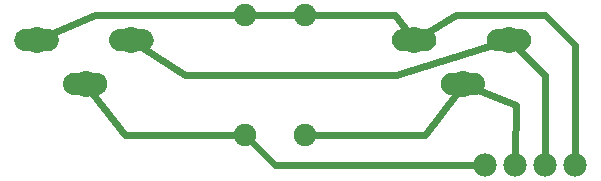
<source format=gtl>
G04 MADE WITH FRITZING*
G04 WWW.FRITZING.ORG*
G04 DOUBLE SIDED*
G04 HOLES PLATED*
G04 CONTOUR ON CENTER OF CONTOUR VECTOR*
%ASAXBY*%
%FSLAX23Y23*%
%MOIN*%
%OFA0B0*%
%SFA1.0B1.0*%
%ADD10C,0.075000*%
%ADD11C,0.078000*%
%ADD12C,0.087244*%
%ADD13C,0.024000*%
%ADD14R,0.001000X0.001000*%
%LNCOPPER1*%
G90*
G70*
G54D10*
X1010Y574D03*
X1010Y174D03*
X810Y574D03*
X810Y174D03*
G54D11*
X1910Y74D03*
X1810Y74D03*
X1710Y74D03*
X1610Y74D03*
G54D12*
X1689Y490D03*
X430Y490D03*
X1535Y343D03*
X277Y343D03*
X1373Y490D03*
X114Y490D03*
G54D13*
X1809Y573D02*
X1511Y574D01*
D02*
X1909Y473D02*
X1809Y573D01*
D02*
X1511Y574D02*
X1402Y508D01*
D02*
X1910Y104D02*
X1909Y473D01*
D02*
X1809Y373D02*
X1810Y104D01*
D02*
X1714Y465D02*
X1809Y373D01*
D02*
X1711Y273D02*
X1710Y104D01*
D02*
X1567Y330D02*
X1711Y273D01*
D02*
X1010Y373D02*
X610Y373D01*
D02*
X610Y373D02*
X459Y471D01*
D02*
X1311Y373D02*
X1010Y373D01*
D02*
X1655Y479D02*
X1311Y373D01*
D02*
X981Y574D02*
X839Y574D01*
D02*
X910Y74D02*
X1580Y74D01*
D02*
X830Y153D02*
X910Y74D01*
D02*
X1310Y574D02*
X1039Y574D01*
D02*
X1352Y517D02*
X1310Y574D01*
D02*
X1410Y174D02*
X1039Y174D01*
D02*
X1515Y315D02*
X1410Y174D01*
D02*
X309Y574D02*
X781Y574D01*
D02*
X146Y503D02*
X309Y574D01*
D02*
X407Y173D02*
X781Y173D01*
D02*
X298Y315D02*
X407Y173D01*
G54D14*
X72Y527D02*
X155Y527D01*
X388Y527D02*
X471Y527D01*
X1330Y527D02*
X1414Y527D01*
X1646Y527D02*
X1730Y527D01*
X67Y526D02*
X160Y526D01*
X383Y526D02*
X476Y526D01*
X1326Y526D02*
X1419Y526D01*
X1641Y526D02*
X1734Y526D01*
X64Y525D02*
X163Y525D01*
X380Y525D02*
X479Y525D01*
X1323Y525D02*
X1422Y525D01*
X1638Y525D02*
X1738Y525D01*
X62Y524D02*
X166Y524D01*
X378Y524D02*
X481Y524D01*
X1320Y524D02*
X1424Y524D01*
X1636Y524D02*
X1740Y524D01*
X60Y523D02*
X168Y523D01*
X375Y523D02*
X483Y523D01*
X1318Y523D02*
X1426Y523D01*
X1634Y523D02*
X1742Y523D01*
X58Y522D02*
X169Y522D01*
X374Y522D02*
X485Y522D01*
X1316Y522D02*
X1428Y522D01*
X1632Y522D02*
X1744Y522D01*
X56Y521D02*
X171Y521D01*
X372Y521D02*
X487Y521D01*
X1315Y521D02*
X1429Y521D01*
X1631Y521D02*
X1745Y521D01*
X55Y520D02*
X172Y520D01*
X371Y520D02*
X488Y520D01*
X1313Y520D02*
X1431Y520D01*
X1629Y520D02*
X1747Y520D01*
X54Y519D02*
X174Y519D01*
X369Y519D02*
X489Y519D01*
X1312Y519D02*
X1432Y519D01*
X1628Y519D02*
X1748Y519D01*
X52Y518D02*
X175Y518D01*
X368Y518D02*
X491Y518D01*
X1311Y518D02*
X1433Y518D01*
X1627Y518D02*
X1749Y518D01*
X51Y517D02*
X176Y517D01*
X367Y517D02*
X492Y517D01*
X1310Y517D02*
X1434Y517D01*
X1626Y517D02*
X1750Y517D01*
X50Y516D02*
X177Y516D01*
X366Y516D02*
X493Y516D01*
X1309Y516D02*
X1435Y516D01*
X1625Y516D02*
X1751Y516D01*
X49Y515D02*
X178Y515D01*
X365Y515D02*
X494Y515D01*
X1308Y515D02*
X1436Y515D01*
X1624Y515D02*
X1752Y515D01*
X49Y514D02*
X179Y514D01*
X364Y514D02*
X494Y514D01*
X1307Y514D02*
X1437Y514D01*
X1623Y514D02*
X1753Y514D01*
X48Y513D02*
X179Y513D01*
X364Y513D02*
X495Y513D01*
X1306Y513D02*
X1438Y513D01*
X1622Y513D02*
X1754Y513D01*
X47Y512D02*
X109Y512D01*
X118Y512D02*
X180Y512D01*
X363Y512D02*
X425Y512D01*
X434Y512D02*
X496Y512D01*
X1306Y512D02*
X1367Y512D01*
X1377Y512D02*
X1439Y512D01*
X1621Y512D02*
X1683Y512D01*
X1693Y512D02*
X1755Y512D01*
X46Y511D02*
X106Y511D01*
X122Y511D02*
X181Y511D01*
X362Y511D02*
X421Y511D01*
X438Y511D02*
X497Y511D01*
X1305Y511D02*
X1364Y511D01*
X1380Y511D02*
X1439Y511D01*
X1621Y511D02*
X1680Y511D01*
X1696Y511D02*
X1755Y511D01*
X46Y510D02*
X103Y510D01*
X124Y510D02*
X181Y510D01*
X362Y510D02*
X419Y510D01*
X440Y510D02*
X497Y510D01*
X1304Y510D02*
X1362Y510D01*
X1382Y510D02*
X1440Y510D01*
X1620Y510D02*
X1678Y510D01*
X1698Y510D02*
X1756Y510D01*
X45Y509D02*
X101Y509D01*
X126Y509D02*
X182Y509D01*
X361Y509D02*
X417Y509D01*
X442Y509D02*
X498Y509D01*
X1304Y509D02*
X1360Y509D01*
X1384Y509D02*
X1441Y509D01*
X1620Y509D02*
X1676Y509D01*
X1700Y509D02*
X1756Y509D01*
X45Y508D02*
X100Y508D01*
X127Y508D02*
X183Y508D01*
X360Y508D02*
X416Y508D01*
X443Y508D02*
X499Y508D01*
X1303Y508D02*
X1359Y508D01*
X1386Y508D02*
X1441Y508D01*
X1619Y508D02*
X1674Y508D01*
X1702Y508D02*
X1757Y508D01*
X44Y507D02*
X99Y507D01*
X128Y507D02*
X183Y507D01*
X360Y507D02*
X415Y507D01*
X444Y507D02*
X499Y507D01*
X1303Y507D02*
X1357Y507D01*
X1387Y507D02*
X1442Y507D01*
X1618Y507D02*
X1673Y507D01*
X1703Y507D02*
X1758Y507D01*
X44Y506D02*
X98Y506D01*
X130Y506D02*
X184Y506D01*
X359Y506D02*
X413Y506D01*
X445Y506D02*
X499Y506D01*
X1302Y506D02*
X1356Y506D01*
X1388Y506D02*
X1442Y506D01*
X1618Y506D02*
X1672Y506D01*
X1704Y506D02*
X1758Y506D01*
X43Y505D02*
X97Y505D01*
X130Y505D02*
X184Y505D01*
X359Y505D02*
X413Y505D01*
X446Y505D02*
X500Y505D01*
X1302Y505D02*
X1355Y505D01*
X1389Y505D02*
X1443Y505D01*
X1617Y505D02*
X1671Y505D01*
X1705Y505D02*
X1758Y505D01*
X43Y504D02*
X96Y504D01*
X131Y504D02*
X184Y504D01*
X359Y504D02*
X412Y504D01*
X447Y504D02*
X500Y504D01*
X1301Y504D02*
X1354Y504D01*
X1390Y504D02*
X1443Y504D01*
X1617Y504D02*
X1670Y504D01*
X1706Y504D02*
X1759Y504D01*
X42Y503D02*
X95Y503D01*
X132Y503D02*
X185Y503D01*
X358Y503D02*
X411Y503D01*
X448Y503D02*
X501Y503D01*
X1301Y503D02*
X1354Y503D01*
X1391Y503D02*
X1443Y503D01*
X1617Y503D02*
X1669Y503D01*
X1707Y503D02*
X1759Y503D01*
X42Y502D02*
X94Y502D01*
X133Y502D02*
X185Y502D01*
X358Y502D02*
X410Y502D01*
X449Y502D02*
X501Y502D01*
X1300Y502D02*
X1353Y502D01*
X1391Y502D02*
X1444Y502D01*
X1616Y502D02*
X1669Y502D01*
X1707Y502D02*
X1760Y502D01*
X42Y501D02*
X94Y501D01*
X133Y501D02*
X186Y501D01*
X358Y501D02*
X410Y501D01*
X449Y501D02*
X501Y501D01*
X1300Y501D02*
X1352Y501D01*
X1392Y501D02*
X1444Y501D01*
X1616Y501D02*
X1668Y501D01*
X1708Y501D02*
X1760Y501D01*
X41Y500D02*
X93Y500D01*
X134Y500D02*
X186Y500D01*
X357Y500D02*
X409Y500D01*
X450Y500D02*
X502Y500D01*
X1300Y500D02*
X1352Y500D01*
X1392Y500D02*
X1444Y500D01*
X1616Y500D02*
X1668Y500D01*
X1708Y500D02*
X1760Y500D01*
X41Y499D02*
X93Y499D01*
X134Y499D02*
X186Y499D01*
X357Y499D02*
X409Y499D01*
X450Y499D02*
X502Y499D01*
X1300Y499D02*
X1351Y499D01*
X1393Y499D02*
X1445Y499D01*
X1616Y499D02*
X1667Y499D01*
X1709Y499D02*
X1760Y499D01*
X41Y498D02*
X93Y498D01*
X135Y498D02*
X186Y498D01*
X357Y498D02*
X408Y498D01*
X451Y498D02*
X502Y498D01*
X1299Y498D02*
X1351Y498D01*
X1393Y498D02*
X1445Y498D01*
X1615Y498D02*
X1667Y498D01*
X1709Y498D02*
X1761Y498D01*
X41Y497D02*
X92Y497D01*
X135Y497D02*
X186Y497D01*
X357Y497D02*
X408Y497D01*
X451Y497D02*
X502Y497D01*
X1299Y497D02*
X1351Y497D01*
X1394Y497D02*
X1445Y497D01*
X1615Y497D02*
X1667Y497D01*
X1709Y497D02*
X1761Y497D01*
X41Y496D02*
X92Y496D01*
X135Y496D02*
X187Y496D01*
X356Y496D02*
X408Y496D01*
X451Y496D02*
X502Y496D01*
X1299Y496D02*
X1350Y496D01*
X1394Y496D02*
X1445Y496D01*
X1615Y496D02*
X1666Y496D01*
X1710Y496D02*
X1761Y496D01*
X40Y495D02*
X92Y495D01*
X136Y495D02*
X187Y495D01*
X356Y495D02*
X407Y495D01*
X451Y495D02*
X503Y495D01*
X1299Y495D02*
X1350Y495D01*
X1394Y495D02*
X1445Y495D01*
X1615Y495D02*
X1666Y495D01*
X1710Y495D02*
X1761Y495D01*
X40Y494D02*
X91Y494D01*
X136Y494D02*
X187Y494D01*
X356Y494D02*
X407Y494D01*
X452Y494D02*
X503Y494D01*
X1299Y494D02*
X1350Y494D01*
X1394Y494D02*
X1445Y494D01*
X1615Y494D02*
X1666Y494D01*
X1710Y494D02*
X1761Y494D01*
X40Y493D02*
X91Y493D01*
X136Y493D02*
X187Y493D01*
X356Y493D02*
X407Y493D01*
X452Y493D02*
X503Y493D01*
X1299Y493D02*
X1350Y493D01*
X1394Y493D02*
X1445Y493D01*
X1615Y493D02*
X1666Y493D01*
X1710Y493D02*
X1761Y493D01*
X40Y492D02*
X91Y492D01*
X136Y492D02*
X187Y492D01*
X356Y492D02*
X407Y492D01*
X452Y492D02*
X503Y492D01*
X1299Y492D02*
X1350Y492D01*
X1395Y492D02*
X1446Y492D01*
X1615Y492D02*
X1666Y492D01*
X1710Y492D02*
X1761Y492D01*
X40Y491D02*
X91Y491D01*
X136Y491D02*
X187Y491D01*
X356Y491D02*
X407Y491D01*
X452Y491D02*
X503Y491D01*
X1299Y491D02*
X1350Y491D01*
X1395Y491D02*
X1446Y491D01*
X1615Y491D02*
X1666Y491D01*
X1710Y491D02*
X1761Y491D01*
X40Y490D02*
X91Y490D01*
X136Y490D02*
X187Y490D01*
X356Y490D02*
X407Y490D01*
X452Y490D02*
X503Y490D01*
X1299Y490D02*
X1350Y490D01*
X1395Y490D02*
X1446Y490D01*
X1615Y490D02*
X1666Y490D01*
X1710Y490D02*
X1761Y490D01*
X40Y489D02*
X91Y489D01*
X136Y489D02*
X187Y489D01*
X356Y489D02*
X407Y489D01*
X452Y489D02*
X503Y489D01*
X1299Y489D02*
X1350Y489D01*
X1395Y489D02*
X1446Y489D01*
X1615Y489D02*
X1666Y489D01*
X1710Y489D02*
X1761Y489D01*
X40Y488D02*
X91Y488D01*
X136Y488D02*
X187Y488D01*
X356Y488D02*
X407Y488D01*
X452Y488D02*
X503Y488D01*
X1299Y488D02*
X1350Y488D01*
X1394Y488D02*
X1445Y488D01*
X1615Y488D02*
X1666Y488D01*
X1710Y488D02*
X1761Y488D01*
X40Y487D02*
X91Y487D01*
X136Y487D02*
X187Y487D01*
X356Y487D02*
X407Y487D01*
X452Y487D02*
X503Y487D01*
X1299Y487D02*
X1350Y487D01*
X1394Y487D02*
X1445Y487D01*
X1615Y487D02*
X1666Y487D01*
X1710Y487D02*
X1761Y487D01*
X40Y486D02*
X92Y486D01*
X136Y486D02*
X187Y486D01*
X356Y486D02*
X407Y486D01*
X451Y486D02*
X503Y486D01*
X1299Y486D02*
X1350Y486D01*
X1394Y486D02*
X1445Y486D01*
X1615Y486D02*
X1666Y486D01*
X1710Y486D02*
X1761Y486D01*
X41Y485D02*
X92Y485D01*
X135Y485D02*
X187Y485D01*
X356Y485D02*
X408Y485D01*
X451Y485D02*
X503Y485D01*
X1299Y485D02*
X1350Y485D01*
X1394Y485D02*
X1445Y485D01*
X1615Y485D02*
X1666Y485D01*
X1710Y485D02*
X1761Y485D01*
X41Y484D02*
X92Y484D01*
X135Y484D02*
X186Y484D01*
X357Y484D02*
X408Y484D01*
X451Y484D02*
X502Y484D01*
X1299Y484D02*
X1351Y484D01*
X1394Y484D02*
X1445Y484D01*
X1615Y484D02*
X1667Y484D01*
X1709Y484D02*
X1761Y484D01*
X41Y483D02*
X92Y483D01*
X135Y483D02*
X186Y483D01*
X357Y483D02*
X408Y483D01*
X451Y483D02*
X502Y483D01*
X1299Y483D02*
X1351Y483D01*
X1393Y483D02*
X1445Y483D01*
X1615Y483D02*
X1667Y483D01*
X1709Y483D02*
X1761Y483D01*
X41Y482D02*
X93Y482D01*
X134Y482D02*
X186Y482D01*
X357Y482D02*
X409Y482D01*
X450Y482D02*
X502Y482D01*
X1300Y482D02*
X1351Y482D01*
X1393Y482D02*
X1445Y482D01*
X1616Y482D02*
X1667Y482D01*
X1709Y482D02*
X1760Y482D01*
X41Y481D02*
X93Y481D01*
X134Y481D02*
X186Y481D01*
X357Y481D02*
X409Y481D01*
X450Y481D02*
X502Y481D01*
X1300Y481D02*
X1352Y481D01*
X1392Y481D02*
X1444Y481D01*
X1616Y481D02*
X1668Y481D01*
X1708Y481D02*
X1760Y481D01*
X42Y480D02*
X94Y480D01*
X133Y480D02*
X186Y480D01*
X357Y480D02*
X410Y480D01*
X449Y480D02*
X501Y480D01*
X1300Y480D02*
X1352Y480D01*
X1392Y480D02*
X1444Y480D01*
X1616Y480D02*
X1668Y480D01*
X1708Y480D02*
X1760Y480D01*
X42Y479D02*
X94Y479D01*
X133Y479D02*
X185Y479D01*
X358Y479D02*
X410Y479D01*
X449Y479D02*
X501Y479D01*
X1300Y479D02*
X1353Y479D01*
X1391Y479D02*
X1444Y479D01*
X1616Y479D02*
X1669Y479D01*
X1707Y479D02*
X1760Y479D01*
X42Y478D02*
X95Y478D01*
X132Y478D02*
X185Y478D01*
X358Y478D02*
X411Y478D01*
X448Y478D02*
X501Y478D01*
X1301Y478D02*
X1354Y478D01*
X1391Y478D02*
X1443Y478D01*
X1617Y478D02*
X1669Y478D01*
X1707Y478D02*
X1759Y478D01*
X43Y477D02*
X96Y477D01*
X131Y477D02*
X185Y477D01*
X359Y477D02*
X412Y477D01*
X447Y477D02*
X500Y477D01*
X1301Y477D02*
X1354Y477D01*
X1390Y477D02*
X1443Y477D01*
X1617Y477D02*
X1670Y477D01*
X1706Y477D02*
X1759Y477D01*
X43Y476D02*
X97Y476D01*
X131Y476D02*
X184Y476D01*
X359Y476D02*
X413Y476D01*
X446Y476D02*
X500Y476D01*
X1302Y476D02*
X1355Y476D01*
X1389Y476D02*
X1443Y476D01*
X1617Y476D02*
X1671Y476D01*
X1705Y476D02*
X1759Y476D01*
X44Y475D02*
X97Y475D01*
X130Y475D02*
X184Y475D01*
X359Y475D02*
X413Y475D01*
X446Y475D02*
X500Y475D01*
X1302Y475D02*
X1356Y475D01*
X1388Y475D02*
X1442Y475D01*
X1618Y475D02*
X1672Y475D01*
X1704Y475D02*
X1758Y475D01*
X44Y474D02*
X99Y474D01*
X129Y474D02*
X183Y474D01*
X360Y474D02*
X415Y474D01*
X444Y474D02*
X499Y474D01*
X1303Y474D02*
X1357Y474D01*
X1387Y474D02*
X1442Y474D01*
X1618Y474D02*
X1673Y474D01*
X1703Y474D02*
X1758Y474D01*
X44Y473D02*
X100Y473D01*
X127Y473D02*
X183Y473D01*
X360Y473D02*
X416Y473D01*
X443Y473D02*
X499Y473D01*
X1303Y473D02*
X1358Y473D01*
X1386Y473D02*
X1441Y473D01*
X1619Y473D02*
X1674Y473D01*
X1702Y473D02*
X1757Y473D01*
X45Y472D02*
X101Y472D01*
X126Y472D02*
X182Y472D01*
X361Y472D02*
X417Y472D01*
X442Y472D02*
X498Y472D01*
X1304Y472D02*
X1360Y472D01*
X1385Y472D02*
X1441Y472D01*
X1619Y472D02*
X1676Y472D01*
X1700Y472D02*
X1757Y472D01*
X46Y471D02*
X103Y471D01*
X124Y471D02*
X182Y471D01*
X362Y471D02*
X419Y471D01*
X440Y471D02*
X497Y471D01*
X1304Y471D02*
X1362Y471D01*
X1383Y471D02*
X1440Y471D01*
X1620Y471D02*
X1677Y471D01*
X1699Y471D02*
X1756Y471D01*
X46Y470D02*
X105Y470D01*
X122Y470D02*
X181Y470D01*
X362Y470D02*
X421Y470D01*
X438Y470D02*
X497Y470D01*
X1305Y470D02*
X1364Y470D01*
X1381Y470D02*
X1439Y470D01*
X1621Y470D02*
X1680Y470D01*
X1696Y470D02*
X1755Y470D01*
X47Y469D02*
X108Y469D01*
X119Y469D02*
X180Y469D01*
X363Y469D02*
X424Y469D01*
X435Y469D02*
X496Y469D01*
X1306Y469D02*
X1367Y469D01*
X1377Y469D02*
X1439Y469D01*
X1621Y469D02*
X1683Y469D01*
X1693Y469D02*
X1755Y469D01*
X48Y468D02*
X179Y468D01*
X364Y468D02*
X495Y468D01*
X1306Y468D02*
X1438Y468D01*
X1622Y468D02*
X1754Y468D01*
X49Y467D02*
X179Y467D01*
X364Y467D02*
X495Y467D01*
X1307Y467D02*
X1437Y467D01*
X1623Y467D02*
X1753Y467D01*
X49Y466D02*
X178Y466D01*
X365Y466D02*
X494Y466D01*
X1308Y466D02*
X1436Y466D01*
X1624Y466D02*
X1752Y466D01*
X50Y465D02*
X177Y465D01*
X366Y465D02*
X493Y465D01*
X1309Y465D02*
X1435Y465D01*
X1625Y465D02*
X1751Y465D01*
X51Y464D02*
X176Y464D01*
X367Y464D02*
X492Y464D01*
X1310Y464D02*
X1434Y464D01*
X1626Y464D02*
X1750Y464D01*
X52Y463D02*
X175Y463D01*
X368Y463D02*
X491Y463D01*
X1311Y463D02*
X1433Y463D01*
X1627Y463D02*
X1749Y463D01*
X53Y462D02*
X174Y462D01*
X369Y462D02*
X490Y462D01*
X1312Y462D02*
X1432Y462D01*
X1628Y462D02*
X1748Y462D01*
X55Y461D02*
X172Y461D01*
X371Y461D02*
X488Y461D01*
X1313Y461D02*
X1431Y461D01*
X1629Y461D02*
X1747Y461D01*
X56Y460D02*
X171Y460D01*
X372Y460D02*
X487Y460D01*
X1315Y460D02*
X1430Y460D01*
X1631Y460D02*
X1745Y460D01*
X58Y459D02*
X169Y459D01*
X374Y459D02*
X485Y459D01*
X1316Y459D02*
X1428Y459D01*
X1632Y459D02*
X1744Y459D01*
X59Y458D02*
X168Y458D01*
X375Y458D02*
X484Y458D01*
X1318Y458D02*
X1426Y458D01*
X1634Y458D02*
X1742Y458D01*
X61Y457D02*
X166Y457D01*
X377Y457D02*
X482Y457D01*
X1320Y457D02*
X1424Y457D01*
X1636Y457D02*
X1740Y457D01*
X64Y456D02*
X163Y456D01*
X380Y456D02*
X479Y456D01*
X1322Y456D02*
X1422Y456D01*
X1638Y456D02*
X1738Y456D01*
X67Y455D02*
X160Y455D01*
X383Y455D02*
X476Y455D01*
X1325Y455D02*
X1419Y455D01*
X1641Y455D02*
X1735Y455D01*
X71Y454D02*
X156Y454D01*
X387Y454D02*
X472Y454D01*
X1330Y454D02*
X1415Y454D01*
X1646Y454D02*
X1730Y454D01*
X238Y381D02*
X314Y381D01*
X1497Y381D02*
X1572Y381D01*
X231Y380D02*
X321Y380D01*
X1489Y380D02*
X1580Y380D01*
X227Y379D02*
X325Y379D01*
X1486Y379D02*
X1583Y379D01*
X225Y378D02*
X327Y378D01*
X1483Y378D02*
X1586Y378D01*
X223Y377D02*
X329Y377D01*
X1481Y377D02*
X1588Y377D01*
X221Y376D02*
X331Y376D01*
X1479Y376D02*
X1590Y376D01*
X219Y375D02*
X333Y375D01*
X1478Y375D02*
X1591Y375D01*
X218Y374D02*
X334Y374D01*
X1476Y374D02*
X1593Y374D01*
X216Y373D02*
X336Y373D01*
X1475Y373D02*
X1594Y373D01*
X215Y372D02*
X337Y372D01*
X1474Y372D02*
X1595Y372D01*
X214Y371D02*
X338Y371D01*
X1473Y371D02*
X1596Y371D01*
X213Y370D02*
X339Y370D01*
X1472Y370D02*
X1597Y370D01*
X212Y369D02*
X340Y369D01*
X1471Y369D02*
X1598Y369D01*
X211Y368D02*
X341Y368D01*
X1470Y368D02*
X1599Y368D01*
X210Y367D02*
X341Y367D01*
X1469Y367D02*
X1600Y367D01*
X210Y366D02*
X274Y366D01*
X278Y366D02*
X342Y366D01*
X1468Y366D02*
X1532Y366D01*
X1537Y366D02*
X1601Y366D01*
X209Y365D02*
X269Y365D01*
X283Y365D02*
X343Y365D01*
X1468Y365D02*
X1528Y365D01*
X1541Y365D02*
X1602Y365D01*
X208Y364D02*
X266Y364D01*
X286Y364D02*
X344Y364D01*
X1467Y364D02*
X1525Y364D01*
X1544Y364D02*
X1602Y364D01*
X208Y363D02*
X264Y363D01*
X288Y363D02*
X344Y363D01*
X1466Y363D02*
X1523Y363D01*
X1546Y363D02*
X1603Y363D01*
X207Y362D02*
X263Y362D01*
X289Y362D02*
X345Y362D01*
X1466Y362D02*
X1521Y362D01*
X1548Y362D02*
X1603Y362D01*
X207Y361D02*
X262Y361D01*
X290Y361D02*
X345Y361D01*
X1465Y361D02*
X1520Y361D01*
X1549Y361D02*
X1604Y361D01*
X206Y360D02*
X260Y360D01*
X292Y360D02*
X346Y360D01*
X1465Y360D02*
X1519Y360D01*
X1550Y360D02*
X1604Y360D01*
X206Y359D02*
X259Y359D01*
X293Y359D02*
X346Y359D01*
X1464Y359D02*
X1518Y359D01*
X1551Y359D02*
X1605Y359D01*
X205Y358D02*
X259Y358D01*
X293Y358D02*
X347Y358D01*
X1464Y358D02*
X1517Y358D01*
X1552Y358D02*
X1605Y358D01*
X205Y357D02*
X258Y357D01*
X294Y357D02*
X347Y357D01*
X1463Y357D02*
X1516Y357D01*
X1553Y357D02*
X1606Y357D01*
X204Y356D02*
X257Y356D01*
X295Y356D02*
X347Y356D01*
X1463Y356D02*
X1516Y356D01*
X1553Y356D02*
X1606Y356D01*
X204Y355D02*
X256Y355D01*
X295Y355D02*
X348Y355D01*
X1463Y355D02*
X1515Y355D01*
X1554Y355D02*
X1606Y355D01*
X204Y354D02*
X256Y354D01*
X296Y354D02*
X348Y354D01*
X1462Y354D02*
X1514Y354D01*
X1555Y354D02*
X1607Y354D01*
X204Y353D02*
X255Y353D01*
X297Y353D02*
X348Y353D01*
X1462Y353D02*
X1514Y353D01*
X1555Y353D02*
X1607Y353D01*
X203Y352D02*
X255Y352D01*
X297Y352D02*
X349Y352D01*
X1462Y352D02*
X1514Y352D01*
X1555Y352D02*
X1607Y352D01*
X203Y351D02*
X255Y351D01*
X297Y351D02*
X349Y351D01*
X1462Y351D02*
X1513Y351D01*
X1556Y351D02*
X1607Y351D01*
X203Y350D02*
X254Y350D01*
X298Y350D02*
X349Y350D01*
X1462Y350D02*
X1513Y350D01*
X1556Y350D02*
X1607Y350D01*
X203Y349D02*
X254Y349D01*
X298Y349D02*
X349Y349D01*
X1461Y349D02*
X1513Y349D01*
X1556Y349D02*
X1608Y349D01*
X203Y348D02*
X254Y348D01*
X298Y348D02*
X349Y348D01*
X1461Y348D02*
X1512Y348D01*
X1557Y348D02*
X1608Y348D01*
X203Y347D02*
X254Y347D01*
X298Y347D02*
X349Y347D01*
X1461Y347D02*
X1512Y347D01*
X1557Y347D02*
X1608Y347D01*
X203Y346D02*
X254Y346D01*
X298Y346D02*
X349Y346D01*
X1461Y346D02*
X1512Y346D01*
X1557Y346D02*
X1608Y346D01*
X203Y345D02*
X254Y345D01*
X298Y345D02*
X349Y345D01*
X1461Y345D02*
X1512Y345D01*
X1557Y345D02*
X1608Y345D01*
X202Y344D02*
X253Y344D01*
X298Y344D02*
X349Y344D01*
X1461Y344D02*
X1512Y344D01*
X1557Y344D02*
X1608Y344D01*
X203Y343D02*
X254Y343D01*
X298Y343D02*
X349Y343D01*
X1461Y343D02*
X1512Y343D01*
X1557Y343D02*
X1608Y343D01*
X203Y342D02*
X254Y342D01*
X298Y342D02*
X349Y342D01*
X1461Y342D02*
X1512Y342D01*
X1557Y342D02*
X1608Y342D01*
X203Y341D02*
X254Y341D01*
X298Y341D02*
X349Y341D01*
X1461Y341D02*
X1512Y341D01*
X1557Y341D02*
X1608Y341D01*
X203Y340D02*
X254Y340D01*
X298Y340D02*
X349Y340D01*
X1461Y340D02*
X1512Y340D01*
X1557Y340D02*
X1608Y340D01*
X203Y339D02*
X254Y339D01*
X298Y339D02*
X349Y339D01*
X1461Y339D02*
X1513Y339D01*
X1556Y339D02*
X1608Y339D01*
X203Y338D02*
X254Y338D01*
X298Y338D02*
X349Y338D01*
X1462Y338D02*
X1513Y338D01*
X1556Y338D02*
X1607Y338D01*
X203Y337D02*
X255Y337D01*
X297Y337D02*
X349Y337D01*
X1462Y337D02*
X1513Y337D01*
X1556Y337D02*
X1607Y337D01*
X203Y336D02*
X255Y336D01*
X297Y336D02*
X349Y336D01*
X1462Y336D02*
X1514Y336D01*
X1555Y336D02*
X1607Y336D01*
X204Y335D02*
X255Y335D01*
X296Y335D02*
X348Y335D01*
X1462Y335D02*
X1514Y335D01*
X1555Y335D02*
X1607Y335D01*
X204Y334D02*
X256Y334D01*
X296Y334D02*
X348Y334D01*
X1462Y334D02*
X1515Y334D01*
X1554Y334D02*
X1607Y334D01*
X204Y333D02*
X257Y333D01*
X295Y333D02*
X348Y333D01*
X1463Y333D02*
X1515Y333D01*
X1554Y333D02*
X1606Y333D01*
X205Y332D02*
X257Y332D01*
X295Y332D02*
X347Y332D01*
X1463Y332D02*
X1516Y332D01*
X1553Y332D02*
X1606Y332D01*
X205Y331D02*
X258Y331D01*
X294Y331D02*
X347Y331D01*
X1463Y331D02*
X1516Y331D01*
X1553Y331D02*
X1606Y331D01*
X205Y330D02*
X259Y330D01*
X293Y330D02*
X347Y330D01*
X1464Y330D02*
X1517Y330D01*
X1552Y330D02*
X1605Y330D01*
X206Y329D02*
X260Y329D01*
X292Y329D02*
X346Y329D01*
X1464Y329D02*
X1518Y329D01*
X1551Y329D02*
X1605Y329D01*
X206Y328D02*
X261Y328D01*
X291Y328D02*
X346Y328D01*
X1465Y328D02*
X1519Y328D01*
X1550Y328D02*
X1604Y328D01*
X207Y327D02*
X262Y327D01*
X290Y327D02*
X345Y327D01*
X1465Y327D02*
X1520Y327D01*
X1549Y327D02*
X1604Y327D01*
X207Y326D02*
X263Y326D01*
X289Y326D02*
X345Y326D01*
X1466Y326D02*
X1522Y326D01*
X1547Y326D02*
X1603Y326D01*
X208Y325D02*
X265Y325D01*
X287Y325D02*
X344Y325D01*
X1466Y325D02*
X1523Y325D01*
X1546Y325D02*
X1603Y325D01*
X208Y324D02*
X267Y324D01*
X285Y324D02*
X343Y324D01*
X1467Y324D02*
X1525Y324D01*
X1544Y324D02*
X1602Y324D01*
X209Y323D02*
X270Y323D01*
X282Y323D02*
X343Y323D01*
X1468Y323D02*
X1528Y323D01*
X1541Y323D02*
X1601Y323D01*
X210Y322D02*
X342Y322D01*
X1468Y322D02*
X1601Y322D01*
X211Y321D02*
X341Y321D01*
X1469Y321D02*
X1600Y321D01*
X211Y320D02*
X340Y320D01*
X1470Y320D02*
X1599Y320D01*
X212Y319D02*
X340Y319D01*
X1471Y319D02*
X1598Y319D01*
X213Y318D02*
X339Y318D01*
X1472Y318D02*
X1597Y318D01*
X214Y317D02*
X338Y317D01*
X1473Y317D02*
X1596Y317D01*
X215Y316D02*
X336Y316D01*
X1474Y316D02*
X1595Y316D01*
X217Y315D02*
X335Y315D01*
X1475Y315D02*
X1594Y315D01*
X218Y314D02*
X334Y314D01*
X1477Y314D02*
X1592Y314D01*
X220Y313D02*
X332Y313D01*
X1478Y313D02*
X1591Y313D01*
X221Y312D02*
X331Y312D01*
X1480Y312D02*
X1589Y312D01*
X223Y311D02*
X329Y311D01*
X1482Y311D02*
X1587Y311D01*
X225Y310D02*
X327Y310D01*
X1484Y310D02*
X1585Y310D01*
X228Y309D02*
X324Y309D01*
X1487Y309D02*
X1583Y309D01*
X232Y308D02*
X320Y308D01*
X1490Y308D02*
X1579Y308D01*
D02*
G04 End of Copper1*
M02*
</source>
